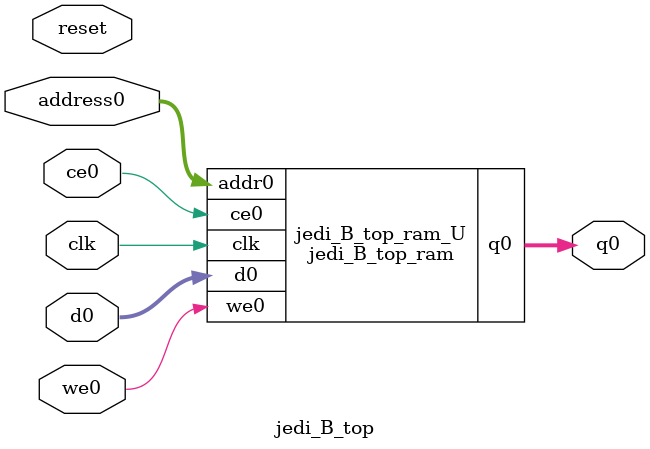
<source format=v>
`timescale 1 ns / 1 ps
module jedi_B_top_ram (addr0, ce0, d0, we0, q0,  clk);

parameter DWIDTH = 32;
parameter AWIDTH = 14;
parameter MEM_SIZE = 13920;

input[AWIDTH-1:0] addr0;
input ce0;
input[DWIDTH-1:0] d0;
input we0;
output reg[DWIDTH-1:0] q0;
input clk;

(* ram_style = "block" *)reg [DWIDTH-1:0] ram[0:MEM_SIZE-1];




always @(posedge clk)  
begin 
    if (ce0) begin
        if (we0) 
            ram[addr0] <= d0; 
        q0 <= ram[addr0];
    end
end


endmodule

`timescale 1 ns / 1 ps
module jedi_B_top(
    reset,
    clk,
    address0,
    ce0,
    we0,
    d0,
    q0);

parameter DataWidth = 32'd32;
parameter AddressRange = 32'd13920;
parameter AddressWidth = 32'd14;
input reset;
input clk;
input[AddressWidth - 1:0] address0;
input ce0;
input we0;
input[DataWidth - 1:0] d0;
output[DataWidth - 1:0] q0;



jedi_B_top_ram jedi_B_top_ram_U(
    .clk( clk ),
    .addr0( address0 ),
    .ce0( ce0 ),
    .we0( we0 ),
    .d0( d0 ),
    .q0( q0 ));

endmodule


</source>
